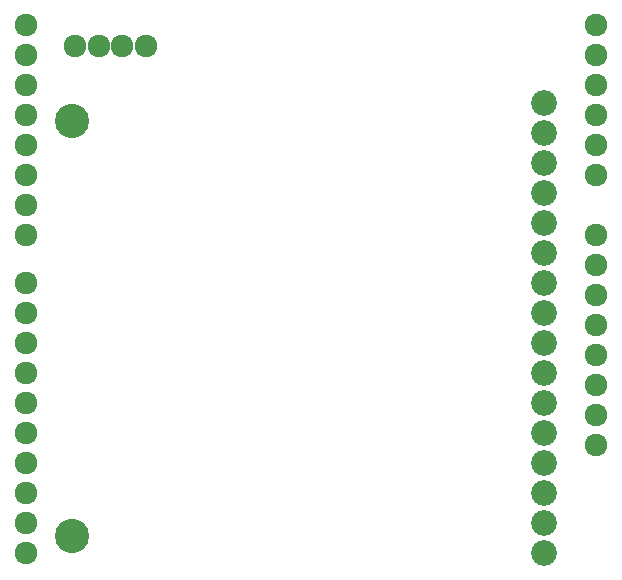
<source format=gbs>
G04 #@! TF.FileFunction,Soldermask,Bot*
%FSLAX46Y46*%
G04 Gerber Fmt 4.6, Leading zero omitted, Abs format (unit mm)*
G04 Created by KiCad (PCBNEW 4.0.2-stable) date Thursday, April 27, 2017 'PMt' 03:17:06 PM*
%MOMM*%
G01*
G04 APERTURE LIST*
%ADD10C,0.100000*%
%ADD11C,1.924000*%
%ADD12C,2.178000*%
%ADD13C,2.900000*%
G04 APERTURE END LIST*
D10*
D11*
X145961100Y-41503600D03*
X145961100Y-44043600D03*
X145961100Y-46583600D03*
X145961100Y-54203600D03*
X145961100Y-51663600D03*
X145961100Y-49123600D03*
X145961100Y-59283600D03*
X145961100Y-61823600D03*
X145961100Y-64363600D03*
X145961100Y-69443600D03*
X145961100Y-71983600D03*
X97701100Y-41503600D03*
X97701100Y-44043600D03*
X97701100Y-46583600D03*
X97701100Y-49123600D03*
X97701100Y-51663600D03*
X97701100Y-54203600D03*
X97701100Y-56743600D03*
X97701100Y-59283600D03*
X97701100Y-63347600D03*
X97701100Y-65887600D03*
X97701100Y-68427600D03*
X97701100Y-70967600D03*
X97701100Y-73507600D03*
X97701100Y-76047600D03*
X97701100Y-78587600D03*
X97701100Y-81127600D03*
X145961100Y-66903600D03*
X97701100Y-83667600D03*
X97701100Y-86207600D03*
X145961100Y-74523600D03*
X145961100Y-77063600D03*
X101841800Y-43281600D03*
X103841800Y-43281600D03*
X105841800Y-43281600D03*
X107841800Y-43281600D03*
D12*
X141579600Y-86207600D03*
X141579600Y-83667600D03*
X141579600Y-81127600D03*
X141579600Y-78587600D03*
X141579600Y-76047600D03*
X141579600Y-73507600D03*
X141579600Y-70967600D03*
X141579600Y-68427600D03*
X141579600Y-65887600D03*
X141579600Y-63347600D03*
X141579600Y-60807600D03*
X141579600Y-58267600D03*
X141579600Y-55727600D03*
X141579600Y-53187600D03*
X141579600Y-50647600D03*
X141579600Y-48107600D03*
D13*
X101579600Y-84707600D03*
X101579600Y-49587600D03*
M02*

</source>
